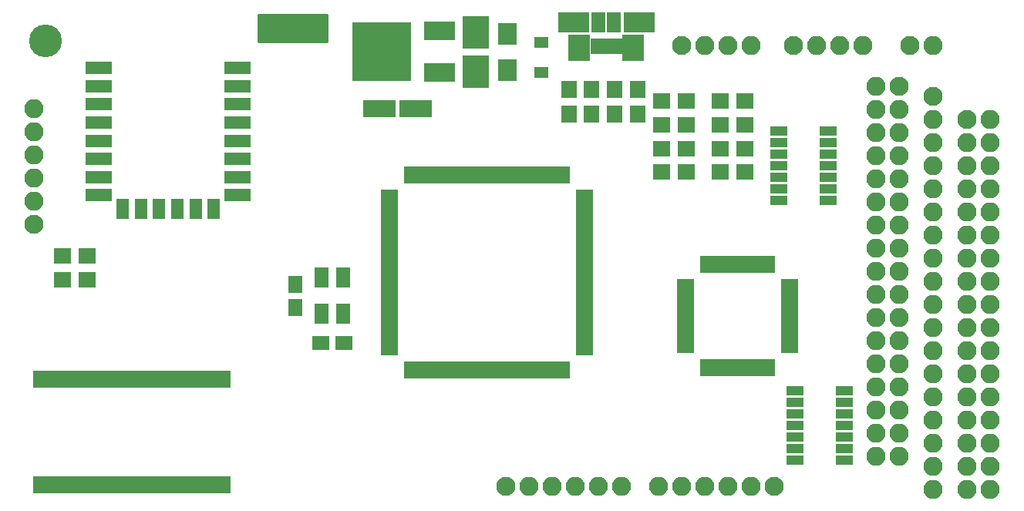
<source format=gbr>
%TF.GenerationSoftware,KiCad,Pcbnew,(5.0.0-rc2-dev-433-g81843c37a)*%
%TF.CreationDate,2018-08-17T12:44:53+02:00*%
%TF.ProjectId,phloppy_0,70686C6F7070795F302E6B696361645F,rev?*%
%TF.SameCoordinates,Original*%
%TF.FileFunction,Soldermask,Top*%
%TF.FilePolarity,Negative*%
%FSLAX46Y46*%
G04 Gerber Fmt 4.6, Leading zero omitted, Abs format (unit mm)*
G04 Created by KiCad (PCBNEW (5.0.0-rc2-dev-433-g81843c37a)) date Fri Aug 17 12:44:53 2018*
%MOMM*%
%LPD*%
G01*
G04 APERTURE LIST*
%ADD10O,2.100000X2.100000*%
%ADD11C,2.100000*%
%ADD12R,1.950000X0.700000*%
%ADD13R,0.700000X1.950000*%
%ADD14R,1.650000X1.900000*%
%ADD15R,2.900000X3.600000*%
%ADD16R,1.900000X1.650000*%
%ADD17R,2.100000X2.400000*%
%ADD18R,1.700000X1.900000*%
%ADD19R,1.900000X1.700000*%
%ADD20R,3.448000X2.051000*%
%ADD21R,6.496000X6.496000*%
%ADD22R,2.900000X1.400000*%
%ADD23R,1.400000X2.200000*%
%ADD24R,0.700000X1.900000*%
%ADD25R,1.900000X0.700000*%
%ADD26R,0.948000X1.920000*%
%ADD27R,1.900000X1.000000*%
%ADD28C,3.600000*%
%ADD29R,1.600000X2.200000*%
%ADD30R,1.600000X1.300000*%
%ADD31R,3.600000X1.900000*%
%ADD32R,0.850000X1.780000*%
%ADD33R,2.375000X3.000000*%
%ADD34R,3.400000X2.300000*%
%ADD35R,1.575000X2.300000*%
%ADD36C,0.254000*%
G04 APERTURE END LIST*
D10*
%TO.C,P6*%
X121250000Y-73040000D03*
X121250000Y-70500000D03*
X121250000Y-67960000D03*
X121250000Y-65420000D03*
X121250000Y-62880000D03*
X121250000Y-60340000D03*
X121250000Y-57800000D03*
X121250000Y-55260000D03*
X121250000Y-52720000D03*
X121250000Y-50180000D03*
X121250000Y-47640000D03*
X121250000Y-45100000D03*
X121250000Y-42560000D03*
X121250000Y-40020000D03*
X121250000Y-37480000D03*
X121250000Y-34940000D03*
X121250000Y-32400000D03*
D11*
X121250000Y-29860000D03*
%TD*%
D12*
%TO.C,U2*%
X61550000Y-40500000D03*
X61550000Y-41000000D03*
X61550000Y-41500000D03*
X61550000Y-42000000D03*
X61550000Y-42500000D03*
X61550000Y-43000000D03*
X61550000Y-43500000D03*
X61550000Y-44000000D03*
X61550000Y-44500000D03*
X61550000Y-45000000D03*
X61550000Y-45500000D03*
X61550000Y-46000000D03*
X61550000Y-46500000D03*
X61550000Y-47000000D03*
X61550000Y-47500000D03*
X61550000Y-48000000D03*
X61550000Y-48500000D03*
X61550000Y-49000000D03*
X61550000Y-49500000D03*
X61550000Y-50000000D03*
X61550000Y-50500000D03*
X61550000Y-51000000D03*
X61550000Y-51500000D03*
X61550000Y-52000000D03*
X61550000Y-52500000D03*
X61550000Y-53000000D03*
X61550000Y-53500000D03*
X61550000Y-54000000D03*
X61550000Y-54500000D03*
X61550000Y-55000000D03*
X61550000Y-55500000D03*
X61550000Y-56000000D03*
X61550000Y-56500000D03*
X61550000Y-57000000D03*
X61550000Y-57500000D03*
X61550000Y-58000000D03*
D13*
X63500000Y-59950000D03*
X64000000Y-59950000D03*
X64500000Y-59950000D03*
X65000000Y-59950000D03*
X65500000Y-59950000D03*
X66000000Y-59950000D03*
X66500000Y-59950000D03*
X67000000Y-59950000D03*
X67500000Y-59950000D03*
X68000000Y-59950000D03*
X68500000Y-59950000D03*
X69000000Y-59950000D03*
X69500000Y-59950000D03*
X70000000Y-59950000D03*
X70500000Y-59950000D03*
X71000000Y-59950000D03*
X71500000Y-59950000D03*
X72000000Y-59950000D03*
X72500000Y-59950000D03*
X73000000Y-59950000D03*
X73500000Y-59950000D03*
X74000000Y-59950000D03*
X74500000Y-59950000D03*
X75000000Y-59950000D03*
X75500000Y-59950000D03*
X76000000Y-59950000D03*
X76500000Y-59950000D03*
X77000000Y-59950000D03*
X77500000Y-59950000D03*
X78000000Y-59950000D03*
X78500000Y-59950000D03*
X79000000Y-59950000D03*
X79500000Y-59950000D03*
X80000000Y-59950000D03*
X80500000Y-59950000D03*
X81000000Y-59950000D03*
D12*
X82950000Y-58000000D03*
X82950000Y-57500000D03*
X82950000Y-57000000D03*
X82950000Y-56500000D03*
X82950000Y-56000000D03*
X82950000Y-55500000D03*
X82950000Y-55000000D03*
X82950000Y-54500000D03*
X82950000Y-54000000D03*
X82950000Y-53500000D03*
X82950000Y-53000000D03*
X82950000Y-52500000D03*
X82950000Y-52000000D03*
X82950000Y-51500000D03*
X82950000Y-51000000D03*
X82950000Y-50500000D03*
X82950000Y-50000000D03*
X82950000Y-49500000D03*
X82950000Y-49000000D03*
X82950000Y-48500000D03*
X82950000Y-48000000D03*
X82950000Y-47500000D03*
X82950000Y-47000000D03*
X82950000Y-46500000D03*
X82950000Y-46000000D03*
X82950000Y-45500000D03*
X82950000Y-45000000D03*
X82950000Y-44500000D03*
X82950000Y-44000000D03*
X82950000Y-43500000D03*
X82950000Y-43000000D03*
X82950000Y-42500000D03*
X82950000Y-42000000D03*
X82950000Y-41500000D03*
X82950000Y-41000000D03*
X82950000Y-40500000D03*
D13*
X81000000Y-38550000D03*
X80500000Y-38550000D03*
X80000000Y-38550000D03*
X79500000Y-38550000D03*
X79000000Y-38550000D03*
X78500000Y-38550000D03*
X78000000Y-38550000D03*
X77500000Y-38550000D03*
X77000000Y-38550000D03*
X76500000Y-38550000D03*
X76000000Y-38550000D03*
X75500000Y-38550000D03*
X75000000Y-38550000D03*
X74500000Y-38550000D03*
X74000000Y-38550000D03*
X73500000Y-38550000D03*
X73000000Y-38550000D03*
X72500000Y-38550000D03*
X72000000Y-38550000D03*
X71500000Y-38550000D03*
X71000000Y-38550000D03*
X70500000Y-38550000D03*
X70000000Y-38550000D03*
X69500000Y-38550000D03*
X69000000Y-38550000D03*
X68500000Y-38550000D03*
X68000000Y-38550000D03*
X67500000Y-38550000D03*
X67000000Y-38550000D03*
X66500000Y-38550000D03*
X66000000Y-38550000D03*
X65500000Y-38550000D03*
X65000000Y-38550000D03*
X64500000Y-38550000D03*
X64000000Y-38550000D03*
X63500000Y-38550000D03*
%TD*%
D10*
%TO.C,P8*%
X114960000Y-69390000D03*
X117500000Y-69390000D03*
X114960000Y-66850000D03*
X117500000Y-66850000D03*
X114960000Y-64310000D03*
X117500000Y-64310000D03*
X114960000Y-61770000D03*
X117500000Y-61770000D03*
X114960000Y-59230000D03*
X117500000Y-59230000D03*
X114960000Y-56690000D03*
X117500000Y-56690000D03*
X114960000Y-54150000D03*
X117500000Y-54150000D03*
X114960000Y-51610000D03*
X117500000Y-51610000D03*
X114960000Y-49070000D03*
X117500000Y-49070000D03*
X114960000Y-46530000D03*
X117500000Y-46530000D03*
X114960000Y-43990000D03*
X117500000Y-43990000D03*
X114960000Y-41450000D03*
X117500000Y-41450000D03*
X114960000Y-38910000D03*
X117500000Y-38910000D03*
X114960000Y-36370000D03*
X117500000Y-36370000D03*
X114960000Y-33830000D03*
X117500000Y-33830000D03*
X114960000Y-31290000D03*
X117500000Y-31290000D03*
X114960000Y-28750000D03*
D11*
X117500000Y-28750000D03*
%TD*%
D14*
%TO.C,C1*%
X51200000Y-50550000D03*
X51200000Y-53050000D03*
%TD*%
D15*
%TO.C,C6*%
X71000000Y-22850000D03*
X71000000Y-27150000D03*
%TD*%
D16*
%TO.C,C7*%
X56500000Y-57000000D03*
X54000000Y-57000000D03*
%TD*%
D17*
%TO.C,R1*%
X74500000Y-23000000D03*
X74500000Y-27000000D03*
%TD*%
D18*
%TO.C,R5*%
X81250000Y-31800000D03*
X81250000Y-29100000D03*
%TD*%
%TO.C,R6*%
X83750000Y-29100000D03*
X83750000Y-31800000D03*
%TD*%
%TO.C,R7*%
X86250000Y-29100000D03*
X86250000Y-31800000D03*
%TD*%
%TO.C,R8*%
X88750000Y-29100000D03*
X88750000Y-31800000D03*
%TD*%
D19*
%TO.C,R9*%
X28350000Y-50000000D03*
X25650000Y-50000000D03*
%TD*%
%TO.C,R10*%
X28350000Y-47400000D03*
X25650000Y-47400000D03*
%TD*%
D20*
%TO.C,U1*%
X67000000Y-27286000D03*
D21*
X60650000Y-25000000D03*
D20*
X67000000Y-22714000D03*
%TD*%
D22*
%TO.C,U3*%
X29650000Y-26750000D03*
X29650000Y-28750000D03*
X29650000Y-30750000D03*
X29650000Y-32750000D03*
X29650000Y-34750000D03*
X29650000Y-36750000D03*
X29650000Y-38750000D03*
X29650000Y-40750000D03*
D23*
X32250000Y-42250000D03*
X34250000Y-42250000D03*
X36250000Y-42250000D03*
X38250000Y-42250000D03*
X40250000Y-42250000D03*
X42250000Y-42250000D03*
D22*
X44850000Y-40750000D03*
X44850000Y-38750000D03*
X44850000Y-36750000D03*
X44850000Y-34750000D03*
X44850000Y-32750000D03*
X44850000Y-30750000D03*
X44850000Y-28750000D03*
X44850000Y-26750000D03*
%TD*%
D24*
%TO.C,U5*%
X96000000Y-48300000D03*
X96500000Y-48300000D03*
X97000000Y-48300000D03*
X97500000Y-48300000D03*
X98000000Y-48300000D03*
X98500000Y-48300000D03*
X99000000Y-48300000D03*
X99500000Y-48300000D03*
X100000000Y-48300000D03*
X100500000Y-48300000D03*
X101000000Y-48300000D03*
X101500000Y-48300000D03*
X102000000Y-48300000D03*
X102500000Y-48300000D03*
X103000000Y-48300000D03*
X103500000Y-48300000D03*
D25*
X105450000Y-50250000D03*
X105450000Y-50750000D03*
X105450000Y-51250000D03*
X105450000Y-51750000D03*
X105450000Y-52250000D03*
X105450000Y-52750000D03*
X105450000Y-53250000D03*
X105450000Y-53750000D03*
X105450000Y-54250000D03*
X105450000Y-54750000D03*
X105450000Y-55250000D03*
X105450000Y-55750000D03*
X105450000Y-56250000D03*
X105450000Y-56750000D03*
X105450000Y-57250000D03*
X105450000Y-57750000D03*
D24*
X103500000Y-59700000D03*
X103000000Y-59700000D03*
X102500000Y-59700000D03*
X102000000Y-59700000D03*
X101500000Y-59700000D03*
X101000000Y-59700000D03*
X100500000Y-59700000D03*
X100000000Y-59700000D03*
X99500000Y-59700000D03*
X99000000Y-59700000D03*
X98500000Y-59700000D03*
X98000000Y-59700000D03*
X97500000Y-59700000D03*
X97000000Y-59700000D03*
X96500000Y-59700000D03*
X96000000Y-59700000D03*
D25*
X94050000Y-57750000D03*
X94050000Y-57250000D03*
X94050000Y-56750000D03*
X94050000Y-56250000D03*
X94050000Y-55750000D03*
X94050000Y-55250000D03*
X94050000Y-54750000D03*
X94050000Y-54250000D03*
X94050000Y-53750000D03*
X94050000Y-53250000D03*
X94050000Y-52750000D03*
X94050000Y-52250000D03*
X94050000Y-51750000D03*
X94050000Y-51250000D03*
X94050000Y-50750000D03*
X94050000Y-50250000D03*
%TD*%
D26*
%TO.C,U4*%
X43650000Y-60910000D03*
X42850000Y-60910000D03*
X42050000Y-60910000D03*
X41250000Y-60910000D03*
X40450000Y-60910000D03*
X39650000Y-60910000D03*
X38850000Y-60910000D03*
X38050000Y-60910000D03*
X37250000Y-60910000D03*
X36450000Y-60910000D03*
X35650000Y-60910000D03*
X34850000Y-60910000D03*
X34050000Y-60910000D03*
X33250000Y-60910000D03*
X32450000Y-60910000D03*
X31650000Y-60910000D03*
X30850000Y-60910000D03*
X30050000Y-60910000D03*
X29250000Y-60910000D03*
X28450000Y-60910000D03*
X27650000Y-60910000D03*
X26850000Y-60910000D03*
X26050000Y-60910000D03*
X25250000Y-60910000D03*
X24450000Y-60910000D03*
X23650000Y-60910000D03*
X22850000Y-60910000D03*
X22850000Y-72590000D03*
X23650000Y-72590000D03*
X24450000Y-72590000D03*
X25250000Y-72590000D03*
X26050000Y-72590000D03*
X26850000Y-72590000D03*
X27650000Y-72590000D03*
X28450000Y-72590000D03*
X29250000Y-72590000D03*
X30050000Y-72590000D03*
X30850000Y-72590000D03*
X31650000Y-72590000D03*
X32450000Y-72590000D03*
X33250000Y-72590000D03*
X34050000Y-72590000D03*
X34850000Y-72590000D03*
X35650000Y-72590000D03*
X36450000Y-72590000D03*
X37250000Y-72590000D03*
X38050000Y-72590000D03*
X38850000Y-72590000D03*
X39650000Y-72590000D03*
X40450000Y-72590000D03*
X41250000Y-72590000D03*
X42050000Y-72590000D03*
X42850000Y-72590000D03*
X43650000Y-72590000D03*
%TD*%
D27*
%TO.C,U6*%
X109700000Y-33690000D03*
X109700000Y-34960000D03*
X109700000Y-36230000D03*
X109700000Y-37500000D03*
X109700000Y-38770000D03*
X109700000Y-40040000D03*
X109700000Y-41310000D03*
X104300000Y-41310000D03*
X104300000Y-40040000D03*
X104300000Y-38770000D03*
X104300000Y-37500000D03*
X104300000Y-36230000D03*
X104300000Y-34960000D03*
X104300000Y-33690000D03*
%TD*%
D19*
%TO.C,LED1*%
X97850000Y-30400000D03*
X100550000Y-30400000D03*
%TD*%
%TO.C,LED2*%
X97850000Y-33000000D03*
X100550000Y-33000000D03*
%TD*%
%TO.C,LED3*%
X97850000Y-35600000D03*
X100550000Y-35600000D03*
%TD*%
%TO.C,LED4*%
X97850000Y-38200000D03*
X100550000Y-38200000D03*
%TD*%
%TO.C,R16*%
X94150000Y-30400000D03*
X91450000Y-30400000D03*
%TD*%
%TO.C,R17*%
X94150000Y-33000000D03*
X91450000Y-33000000D03*
%TD*%
%TO.C,R18*%
X94150000Y-35600000D03*
X91450000Y-35600000D03*
%TD*%
%TO.C,R19*%
X94150000Y-38200000D03*
X91450000Y-38200000D03*
%TD*%
D11*
%TO.C,P1*%
X93630000Y-24250000D03*
D10*
X96170000Y-24250000D03*
X98710000Y-24250000D03*
X101250000Y-24250000D03*
%TD*%
D11*
%TO.C,P2*%
X105880000Y-24250000D03*
D10*
X108420000Y-24250000D03*
X110960000Y-24250000D03*
X113500000Y-24250000D03*
%TD*%
D11*
%TO.C,P3*%
X22500000Y-43950000D03*
D10*
X22500000Y-41410000D03*
X22500000Y-38870000D03*
X22500000Y-36330000D03*
X22500000Y-33790000D03*
X22500000Y-31250000D03*
%TD*%
D11*
%TO.C,P4*%
X74300000Y-72750000D03*
D10*
X76840000Y-72750000D03*
X79380000Y-72750000D03*
X81920000Y-72750000D03*
X84460000Y-72750000D03*
X87000000Y-72750000D03*
%TD*%
D11*
%TO.C,P5*%
X103750000Y-72750000D03*
D10*
X101210000Y-72750000D03*
X98670000Y-72750000D03*
X96130000Y-72750000D03*
X93590000Y-72750000D03*
X91050000Y-72750000D03*
%TD*%
%TO.C,P7*%
X127500000Y-73040000D03*
X124960000Y-73040000D03*
X127500000Y-70500000D03*
X124960000Y-70500000D03*
X127500000Y-67960000D03*
X124960000Y-67960000D03*
X127500000Y-65420000D03*
X124960000Y-65420000D03*
X127500000Y-62880000D03*
X124960000Y-62880000D03*
X127500000Y-60340000D03*
X124960000Y-60340000D03*
X127500000Y-57800000D03*
X124960000Y-57800000D03*
X127500000Y-55260000D03*
X124960000Y-55260000D03*
X127500000Y-52720000D03*
X124960000Y-52720000D03*
X127500000Y-50180000D03*
X124960000Y-50180000D03*
X127500000Y-47640000D03*
X124960000Y-47640000D03*
X127500000Y-45100000D03*
X124960000Y-45100000D03*
X127500000Y-42560000D03*
X124960000Y-42560000D03*
X127500000Y-40020000D03*
X124960000Y-40020000D03*
X127500000Y-37480000D03*
X124960000Y-37480000D03*
X127500000Y-34940000D03*
X124960000Y-34940000D03*
X127500000Y-32400000D03*
D11*
X124960000Y-32400000D03*
%TD*%
D28*
%TO.C,REF\002A\002A*%
X23750000Y-23750000D03*
%TD*%
D29*
%TO.C,Y1*%
X54050000Y-49750000D03*
X54050000Y-53750000D03*
X56450000Y-53750000D03*
X56450000Y-49750000D03*
%TD*%
D27*
%TO.C,U7*%
X111500000Y-62200000D03*
X111500000Y-63470000D03*
X111500000Y-64740000D03*
X111500000Y-66010000D03*
X111500000Y-67280000D03*
X111500000Y-68550000D03*
X111500000Y-69820000D03*
X106100000Y-69820000D03*
X106100000Y-68550000D03*
X106100000Y-67280000D03*
X106100000Y-66010000D03*
X106100000Y-64740000D03*
X106100000Y-63470000D03*
X106100000Y-62200000D03*
%TD*%
D30*
%TO.C,D1*%
X78200000Y-27250000D03*
X78200000Y-23950000D03*
%TD*%
D31*
%TO.C,C18*%
X60400000Y-31200000D03*
X64400000Y-31200000D03*
%TD*%
D32*
%TO.C,J1*%
X86640000Y-24410000D03*
X85990000Y-24410000D03*
X85340000Y-24410000D03*
X84690000Y-24410000D03*
X84040000Y-24410000D03*
D33*
X88302500Y-24550000D03*
X82377500Y-24550000D03*
D34*
X88950000Y-21750000D03*
X81730000Y-21750000D03*
D35*
X86180000Y-21750000D03*
X84500000Y-21750000D03*
%TD*%
D11*
%TO.C,J2*%
X118700000Y-24250000D03*
D10*
X121240000Y-24250000D03*
%TD*%
D36*
G36*
X54673000Y-23873000D02*
X47127000Y-23873000D01*
X47127000Y-20927000D01*
X54673000Y-20927000D01*
X54673000Y-23873000D01*
X54673000Y-23873000D01*
G37*
X54673000Y-23873000D02*
X47127000Y-23873000D01*
X47127000Y-20927000D01*
X54673000Y-20927000D01*
X54673000Y-23873000D01*
M02*

</source>
